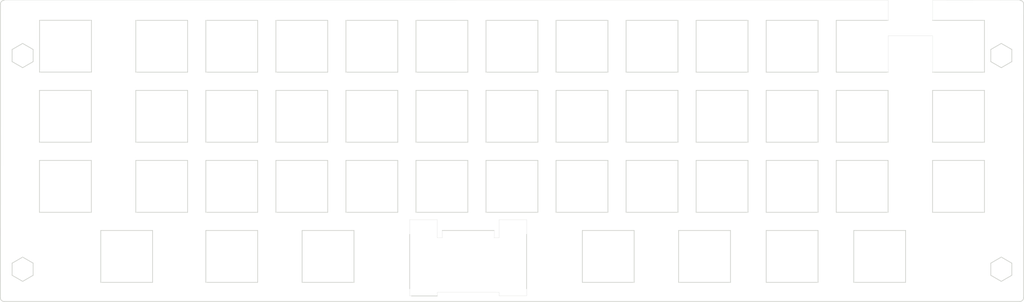
<source format=kicad_pcb>
(kicad_pcb
	(version 20240108)
	(generator "pcbnew")
	(generator_version "8.0")
	(general
		(thickness 1.6)
		(legacy_teardrops no)
	)
	(paper "A3")
	(title_block
		(date "2024-07-06")
	)
	(layers
		(0 "F.Cu" signal)
		(31 "B.Cu" signal)
		(32 "B.Adhes" user "B.Adhesive")
		(33 "F.Adhes" user "F.Adhesive")
		(34 "B.Paste" user)
		(35 "F.Paste" user)
		(36 "B.SilkS" user "B.Silkscreen")
		(37 "F.SilkS" user "F.Silkscreen")
		(38 "B.Mask" user)
		(39 "F.Mask" user)
		(40 "Dwgs.User" user "User.Drawings")
		(41 "Cmts.User" user "User.Comments")
		(42 "Eco1.User" user "User.Eco1")
		(43 "Eco2.User" user "User.Eco2")
		(44 "Edge.Cuts" user)
		(45 "Margin" user)
		(46 "B.CrtYd" user "B.Courtyard")
		(47 "F.CrtYd" user "F.Courtyard")
		(48 "B.Fab" user)
		(49 "F.Fab" user)
		(50 "User.1" user)
		(51 "User.2" user)
		(52 "User.3" user)
		(53 "User.4" user)
		(54 "User.5" user)
		(55 "User.6" user)
		(56 "User.7" user)
		(57 "User.8" user)
		(58 "User.9" user)
	)
	(setup
		(pad_to_mask_clearance 0)
		(allow_soldermask_bridges_in_footprints no)
		(pcbplotparams
			(layerselection 0x00010fc_ffffffff)
			(plot_on_all_layers_selection 0x0000000_00000000)
			(disableapertmacros no)
			(usegerberextensions no)
			(usegerberattributes yes)
			(usegerberadvancedattributes yes)
			(creategerberjobfile yes)
			(dashed_line_dash_ratio 12.000000)
			(dashed_line_gap_ratio 3.000000)
			(svgprecision 4)
			(plotframeref no)
			(viasonmask no)
			(mode 1)
			(useauxorigin no)
			(hpglpennumber 1)
			(hpglpenspeed 20)
			(hpglpendiameter 15.000000)
			(pdf_front_fp_property_popups yes)
			(pdf_back_fp_property_popups yes)
			(dxfpolygonmode yes)
			(dxfimperialunits yes)
			(dxfusepcbnewfont yes)
			(psnegative no)
			(psa4output no)
			(plotreference yes)
			(plotvalue yes)
			(plotfptext yes)
			(plotinvisibletext no)
			(sketchpadsonfab no)
			(subtractmaskfromsilk no)
			(outputformat 1)
			(mirror no)
			(drillshape 1)
			(scaleselection 1)
			(outputdirectory "")
		)
	)
	(net 0 "")
	(gr_line
		(start 205.6 150.059)
		(end 219.7 150.059)
		(stroke
			(width 0.2)
			(type default)
		)
		(layer "Edge.Cuts")
		(uuid "0071cb22-9d29-4735-835b-2949d1017f18")
	)
	(gr_line
		(start 319.54 157.29525)
		(end 316.682116 158.94525)
		(stroke
			(width 0.2)
			(type default)
		)
		(layer "Edge.Cuts")
		(uuid "0090e1d1-1c62-4100-95b4-011b989ded26")
	)
	(gr_line
		(start 288.75625 97.09525)
		(end 300.85 97.09525)
		(stroke
			(width 0.05)
			(type default)
		)
		(layer "Edge.Cuts")
		(uuid "00d34adc-ff90-4a6b-9d52-585dbea03313")
	)
	(gr_line
		(start 182.95 166.85525)
		(end 182.95 167.85525)
		(stroke
			(width 0.05)
			(type default)
		)
		(layer "Edge.Cuts")
		(uuid "028d27ae-5313-4aba-a7e6-c2c7f9153f33")
	)
	(gr_line
		(start 155.40625 131.009)
		(end 155.40625 145.109)
		(stroke
			(width 0.2)
			(type default)
		)
		(layer "Edge.Cuts")
		(uuid "050d79af-155c-4f2c-b141-f48cd849ab02")
	)
	(gr_line
		(start 72.0625 145.109)
		(end 57.9625 145.109)
		(stroke
			(width 0.2)
			(type default)
		)
		(layer "Edge.Cuts")
		(uuid "05718c85-228f-4818-88d2-b269e9dbfc6e")
	)
	(gr_line
		(start 122.25625 111.959)
		(end 136.35625 111.959)
		(stroke
			(width 0.2)
			(type default)
		)
		(layer "Edge.Cuts")
		(uuid "06aedf90-817f-4ac6-b211-12d1b02d23d7")
	)
	(gr_line
		(start 314.95 92.909)
		(end 314.95 107.009)
		(stroke
			(width 0.2)
			(type default)
		)
		(layer "Edge.Cuts")
		(uuid "07bd9e2b-d842-4cb0-9de6-88bff3a35716")
	)
	(gr_line
		(start 47.35 88.475)
		(end 47.33 168.355)
		(stroke
			(width 0.2)
			(type default)
		)
		(layer "Edge.Cuts")
		(uuid "08ba94ed-35ec-4edc-92ad-7c1d7ed8003f")
	)
	(gr_line
		(start 212.55625 131.009)
		(end 212.55625 145.109)
		(stroke
			(width 0.2)
			(type default)
		)
		(layer "Edge.Cuts")
		(uuid "09e69c1a-3943-458f-a334-1dac1bdf5130")
	)
	(gr_arc
		(start 325.6 168.355626)
		(mid 325.306974 169.06249)
		(end 324.6 169.35525)
		(stroke
			(width 0.2)
			(type default)
		)
		(layer "Edge.Cuts")
		(uuid "0a7fd799-e849-4128-8021-26c1afafa05f")
	)
	(gr_line
		(start 300.85 87.47025)
		(end 300.85 92.909)
		(stroke
			(width 0.05)
			(type default)
		)
		(layer "Edge.Cuts")
		(uuid "0c0f8e37-3578-49bc-841b-7b21d8999ed3")
	)
	(gr_line
		(start 250.65625 111.959)
		(end 250.65625 126.059)
		(stroke
			(width 0.2)
			(type default)
		)
		(layer "Edge.Cuts")
		(uuid "0c34c525-1d80-48f8-ac96-b58ac7f2e979")
	)
	(gr_line
		(start 217.50625 92.909)
		(end 231.60625 92.909)
		(stroke
			(width 0.2)
			(type default)
		)
		(layer "Edge.Cuts")
		(uuid "0eac913e-1936-431d-a0b1-8de1ee45b9cd")
	)
	(gr_line
		(start 53.39 99.18525)
		(end 50.532116 100.83525)
		(stroke
			(width 0.2)
			(type default)
		)
		(layer "Edge.Cuts")
		(uuid "0fda4842-eb49-492c-b962-26449ac39218")
	)
	(gr_line
		(start 136.35625 92.909)
		(end 136.35625 107.009)
		(stroke
			(width 0.2)
			(type default)
		)
		(layer "Edge.Cuts")
		(uuid "1071a17a-5697-462c-ad79-b5f150888783")
	)
	(gr_line
		(start 198.45625 145.109)
		(end 198.45625 131.009)
		(stroke
			(width 0.2)
			(type default)
		)
		(layer "Edge.Cuts")
		(uuid "112ca966-ebe1-4a91-b1e0-fc7f1fb6f6df")
	)
	(gr_line
		(start 182.95 147.109)
		(end 182.95 152.059)
		(stroke
			(width 0.05)
			(type default)
		)
		(layer "Edge.Cuts")
		(uuid "1206f895-d81b-4c66-bff1-2a7bba324a55")
	)
	(gr_line
		(start 231.79375 164.159)
		(end 231.79375 150.059)
		(stroke
			(width 0.2)
			(type default)
		)
		(layer "Edge.Cuts")
		(uuid "15075db8-f7d4-4c5b-bd53-0a2a2690202c")
	)
	(gr_line
		(start 141.30625 107.009)
		(end 141.30625 92.909)
		(stroke
			(width 0.2)
			(type default)
		)
		(layer "Edge.Cuts")
		(uuid "15186b39-bfb4-41d2-8415-56fb41ace817")
	)
	(gr_line
		(start 236.55625 92.909)
		(end 250.65625 92.909)
		(stroke
			(width 0.2)
			(type default)
		)
		(layer "Edge.Cuts")
		(uuid "159758df-b663-4602-857d-02fcb7c3c76a")
	)
	(gr_line
		(start 167.5 150.059)
		(end 167.5 152.059)
		(stroke
			(width 0.05)
			(type default)
		)
		(layer "Edge.Cuts")
		(uuid "166d4764-97a3-4f6b-a0a0-c2fb04fab86f")
	)
	(gr_line
		(start 314.95 131.009)
		(end 314.95 145.109)
		(stroke
			(width 0.2)
			(type default)
		)
		(layer "Edge.Cuts")
		(uuid "16d5d6e5-1a97-48ca-9aa5-b77365722180")
	)
	(gr_line
		(start 198.45625 107.009)
		(end 198.45625 92.909)
		(stroke
			(width 0.2)
			(type default)
		)
		(layer "Edge.Cuts")
		(uuid "17988698-0ace-4cb0-ba18-b78f2fcfaa6d")
	)
	(gr_line
		(start 174.45625 131.009)
		(end 174.45625 145.109)
		(stroke
			(width 0.2)
			(type default)
		)
		(layer "Edge.Cuts")
		(uuid "1dbfb7cb-3e67-40e0-aba6-8d74ad427088")
	)
	(gr_line
		(start 53.39 163.89525)
		(end 56.247884 162.24525)
		(stroke
			(width 0.2)
			(type default)
		)
		(layer "Edge.Cuts")
		(uuid "1dd46a7d-ccc2-45f3-9171-a69220fc002d")
	)
	(gr_line
		(start 255.60625 92.909)
		(end 269.70625 92.909)
		(stroke
			(width 0.2)
			(type default)
		)
		(layer "Edge.Cuts")
		(uuid "1e412fd0-4299-407e-b2f5-6238b7e6916e")
	)
	(gr_line
		(start 136.35625 131.009)
		(end 136.35625 145.109)
		(stroke
			(width 0.2)
			(type default)
		)
		(layer "Edge.Cuts")
		(uuid "1e5b1754-a95e-4420-b0f7-55df3944c71d")
	)
	(gr_line
		(start 117.30625 131.009)
		(end 117.30625 145.109)
		(stroke
			(width 0.2)
			(type default)
		)
		(layer "Edge.Cuts")
		(uuid "1e7779d2-082c-4f9f-a7b9-9ab8a83a8399")
	)
	(gr_line
		(start 117.30625 150.059)
		(end 117.30625 164.159)
		(stroke
			(width 0.2)
			(type default)
		)
		(layer "Edge.Cuts")
		(uuid "1f8bb587-5238-4cff-9df3-598170833766")
	)
	(gr_line
		(start 117.30625 126.059)
		(end 103.20625 126.059)
		(stroke
			(width 0.2)
			(type default)
		)
		(layer "Edge.Cuts")
		(uuid "2094c209-147b-4bd4-a2a0-191fc549a1ab")
	)
	(gr_line
		(start 190.45 165.909)
		(end 190.45 167.85525)
		(stroke
			(width 0.05)
			(type default)
		)
		(layer "Edge.Cuts")
		(uuid "21586673-e91c-43ee-a826-03f24bf26b14")
	)
	(gr_line
		(start 319.54 163.89525)
		(end 322.397884 162.24525)
		(stroke
			(width 0.2)
			(type default)
		)
		(layer "Edge.Cuts")
		(uuid "21d9a317-a5da-4f6a-8edc-1b90e6fab934")
	)
	(gr_line
		(start 231.60625 126.059)
		(end 217.50625 126.059)
		(stroke
			(width 0.2)
			(type default)
		)
		(layer "Edge.Cuts")
		(uuid "2246d7c0-afef-4233-b7ee-7a6a98dec730")
	)
	(gr_line
		(start 179.40625 131.009)
		(end 193.50625 131.009)
		(stroke
			(width 0.2)
			(type default)
		)
		(layer "Edge.Cuts")
		(uuid "236ab6f4-e576-4fe8-8eb3-8bdda45408cf")
	)
	(gr_line
		(start 57.9625 126.059)
		(end 57.9625 111.959)
		(stroke
			(width 0.2)
			(type default)
		)
		(layer "Edge.Cuts")
		(uuid "24022951-8f8d-4442-a162-ff6f5b25a15e")
	)
	(gr_line
		(start 167.5 152.059)
		(end 166.15 152.059)
		(stroke
			(width 0.05)
			(type default)
		)
		(layer "Edge.Cuts")
		(uuid "240917af-3686-4baa-a4f7-0864bbb5c591")
	)
	(gr_line
		(start 98.25625 107.009)
		(end 84.15625 107.009)
		(stroke
			(width 0.2)
			(type default)
		)
		(layer "Edge.Cuts")
		(uuid "26e7e8cc-8f95-4832-8837-7a2f04644ee7")
	)
	(gr_line
		(start 316.682116 158.94525)
		(end 316.682116 162.24525)
		(stroke
			(width 0.2)
			(type default)
		)
		(layer "Edge.Cuts")
		(uuid "278b903a-1167-4c04-8820-0874018d1b59")
	)
	(gr_line
		(start 72.0625 111.959)
		(end 72.0625 126.059)
		(stroke
			(width 0.2)
			(type default)
		)
		(layer "Edge.Cuts")
		(uuid "279ef095-0d07-4776-b2c9-56d286bed1cd")
	)
	(gr_line
		(start 136.35625 126.059)
		(end 122.25625 126.059)
		(stroke
			(width 0.2)
			(type default)
		)
		(layer "Edge.Cuts")
		(uuid "27d1d481-e31c-44e9-8f92-6d3552f02e5f")
	)
	(gr_line
		(start 174.45625 126.059)
		(end 160.35625 126.059)
		(stroke
			(width 0.2)
			(type default)
		)
		(layer "Edge.Cuts")
		(uuid "283bf3e4-924a-4c20-80e0-1169bdca30b2")
	)
	(gr_line
		(start 84.15625 107.009)
		(end 84.15625 92.909)
		(stroke
			(width 0.2)
			(type default)
		)
		(layer "Edge.Cuts")
		(uuid "2892d8ef-4dbf-4353-874f-f9534a2296f3")
	)
	(gr_line
		(start 72.0625 126.059)
		(end 57.9625 126.059)
		(stroke
			(width 0.2)
			(type default)
		)
		(layer "Edge.Cuts")
		(uuid "29d966ae-2926-49d1-82ed-eeeb03009a7e")
	)
	(gr_line
		(start 274.65625 107.009)
		(end 274.65625 92.909)
		(stroke
			(width 0.2)
			(type default)
		)
		(layer "Edge.Cuts")
		(uuid "29f58d33-bc85-4e18-946a-98347fc4cadc")
	)
	(gr_line
		(start 179.40625 126.059)
		(end 179.40625 111.959)
		(stroke
			(width 0.2)
			(type default)
		)
		(layer "Edge.Cuts")
		(uuid "2a4209dd-ccf6-4d42-a301-c7a49db94797")
	)
	(gr_line
		(start 179.40625 111.959)
		(end 193.50625 111.959)
		(stroke
			(width 0.2)
			(type default)
		)
		(layer "Edge.Cuts")
		(uuid "2a7955cb-1ba4-47b8-a24e-db9dd873544f")
	)
	(gr_line
		(start 300.85 126.059)
		(end 300.85 111.959)
		(stroke
			(width 0.2)
			(type default)
		)
		(layer "Edge.Cuts")
		(uuid "2c3476bb-e520-4bcd-a4d6-3aabe146c241")
	)
	(gr_line
		(start 193.50625 131.009)
		(end 193.50625 145.109)
		(stroke
			(width 0.2)
			(type default)
		)
		(layer "Edge.Cuts")
		(uuid "2d4ab023-7472-4073-9500-b7353d317e19")
	)
	(gr_line
		(start 48.33 169.35525)
		(end 324.6 169.35525)
		(stroke
			(width 0.2)
			(type default)
		)
		(layer "Edge.Cuts")
		(uuid "2e5f2f12-73fb-41f7-9820-10042b922e7e")
	)
	(gr_line
		(start 84.15625 131.009)
		(end 98.25625 131.009)
		(stroke
			(width 0.2)
			(type default)
		)
		(layer "Edge.Cuts")
		(uuid "2e667475-8f35-478f-8884-0fc855fae2d2")
	)
	(gr_line
		(start 141.30625 131.009)
		(end 155.40625 131.009)
		(stroke
			(width 0.2)
			(type default)
		)
		(layer "Edge.Cuts")
		(uuid "2f021d5b-6a37-4775-aca9-c100f1faabc2")
	)
	(gr_line
		(start 103.20625 131.009)
		(end 117.30625 131.009)
		(stroke
			(width 0.2)
			(type default)
		)
		(layer "Edge.Cuts")
		(uuid "302ccf84-7298-4f1d-936b-3f20eb3f1465")
	)
	(gr_line
		(start 193.50625 126.059)
		(end 179.40625 126.059)
		(stroke
			(width 0.2)
			(type default)
		)
		(layer "Edge.Cuts")
		(uuid "33fe96e8-213d-454d-a058-4434071df106")
	)
	(gr_arc
		(start 48.33 169.35525)
		(mid 47.622805 169.062268)
		(end 47.33 168.355)
		(stroke
			(width 0.2)
			(type default)
		)
		(layer "Edge.Cuts")
		(uuid "34a287df-b789-4fec-8df9-0cfa38ed566f")
	)
	(gr_line
		(start 236.55625 111.959)
		(end 250.65625 111.959)
		(stroke
			(width 0.2)
			(type default)
		)
		(layer "Edge.Cuts")
		(uuid "35b3c897-f14e-41e8-9caf-a6ff99b0c184")
	)
	(gr_line
		(start 53.39 157.29525)
		(end 50.532116 158.94525)
		(stroke
			(width 0.2)
			(type default)
		)
		(layer "Edge.Cuts")
		(uuid "37985fa4-67fd-474f-8550-25b71eb8938c")
	)
	(gr_line
		(start 143.5 164.159)
		(end 129.4 164.159)
		(stroke
			(width 0.2)
			(type default)
		)
		(layer "Edge.Cuts")
		(uuid "379ba853-edae-4775-8225-45c777880a8e")
	)
	(gr_line
		(start 141.30625 111.959)
		(end 155.40625 111.959)
		(stroke
			(width 0.2)
			(type default)
		)
		(layer "Edge.Cuts")
		(uuid "37ca4787-96d3-4809-87c2-76e22f527542")
	)
	(gr_line
		(start 269.70625 164.159)
		(end 255.60625 164.159)
		(stroke
			(width 0.2)
			(type default)
		)
		(layer "Edge.Cuts")
		(uuid "39e07aea-e2df-4149-88e7-789fc826f49c")
	)
	(gr_line
		(start 166.15 167.85525)
		(end 159.15 167.85525)
		(stroke
			(width 0.2)
			(type default)
		)
		(layer "Edge.Cuts")
		(uuid "3a4112af-8fad-4d88-a406-2d451beeb133")
	)
	(gr_line
		(start 136.35625 111.959)
		(end 136.35625 126.059)
		(stroke
			(width 0.2)
			(type default)
		)
		(layer "Edge.Cuts")
		(uuid "3b2a4b5c-00ca-4d6b-bd68-8047cb82ae1f")
	)
	(gr_line
		(start 250.65625 92.909)
		(end 250.65625 107.009)
		(stroke
			(width 0.2)
			(type default)
		)
		(layer "Edge.Cuts")
		(uuid "3c49f332-e8f0-4a58-90be-1505bb1f9977")
	)
	(gr_line
		(start 160.35625 145.109)
		(end 160.35625 131.009)
		(stroke
			(width 0.2)
			(type default)
		)
		(layer "Edge.Cuts")
		(uuid "3c7f6c3c-40ab-4573-b3f9-149571a9e83c")
	)
	(gr_line
		(start 231.60625 131.009)
		(end 231.60625 145.109)
		(stroke
			(width 0.2)
			(type default)
		)
		(layer "Edge.Cuts")
		(uuid "3cf6127a-cb39-4e1a-af69-932e18210a6d")
	)
	(gr_line
		(start 174.45625 145.109)
		(end 160.35625 145.109)
		(stroke
			(width 0.2)
			(type default)
		)
		(layer "Edge.Cuts")
		(uuid "3d1d9456-0ded-4a93-9190-4555e0db8018")
	)
	(gr_line
		(start 205.6 164.159)
		(end 205.6 150.059)
		(stroke
			(width 0.2)
			(type default)
		)
		(layer "Edge.Cuts")
		(uuid "3d5fe53a-8a83-4c6f-97bf-ca92648bdbfd")
	)
	(gr_line
		(start 231.60625 111.959)
		(end 231.60625 126.059)
		(stroke
			(width 0.2)
			(type default)
		)
		(layer "Edge.Cuts")
		(uuid "3e0f1532-3923-4dc0-a3aa-457b955f1713")
	)
	(gr_line
		(start 269.70625 145.109)
		(end 255.60625 145.109)
		(stroke
			(width 0.2)
			(type default)
		)
		(layer "Edge.Cuts")
		(uuid "3e5aff62-7625-45c8-89da-2adef93ee0c9")
	)
	(gr_line
		(start 72.0625 131.009)
		(end 72.0625 145.109)
		(stroke
			(width 0.2)
			(type default)
		)
		(layer "Edge.Cuts")
		(uuid "3fb6cbf8-1365-49bd-bb0e-5058c5869ca0")
	)
	(gr_line
		(start 274.65625 111.959)
		(end 288.75625 111.959)
		(stroke
			(width 0.2)
			(type default)
		)
		(layer "Edge.Cuts")
		(uuid "40f1b287-5563-42a7-a43a-9bcd0c74614c")
	)
	(gr_line
		(start 179.40625 92.909)
		(end 193.50625 92.909)
		(stroke
			(width 0.2)
			(type default)
		)
		(layer "Edge.Cuts")
		(uuid "42a63832-af63-49e8-a429-e95f7c89c966")
	)
	(gr_line
		(start 74.63125 164.159)
		(end 74.63125 150.059)
		(stroke
			(width 0.2)
			(type default)
		)
		(layer "Edge.Cuts")
		(uuid "44b4fc3d-f903-4710-814e-e4c4154bce78")
	)
	(gr_line
		(start 117.30625 164.159)
		(end 103.20625 164.159)
		(stroke
			(width 0.2)
			(type default)
		)
		(layer "Edge.Cuts")
		(uuid "45b800aa-43b1-44aa-9482-5b21f2e83a09")
	)
	(gr_line
		(start 231.79375 150.059)
		(end 245.89375 150.059)
		(stroke
			(width 0.2)
			(type default)
		)
		(layer "Edge.Cuts")
		(uuid "46766bcb-4480-4599-b7c6-a663943ad979")
	)
	(gr_line
		(start 56.247884 162.24525)
		(end 56.247884 158.94525)
		(stroke
			(width 0.2)
			(type default)
		)
		(layer "Edge.Cuts")
		(uuid "47c4924b-7e14-4a35-81dd-0e017dc88434")
	)
	(gr_line
		(start 72.09 106.99525)
		(end 57.99 106.99525)
		(stroke
			(width 0.2)
			(type default)
		)
		(layer "Edge.Cuts")
		(uuid "48e7d4d0-6584-4577-a64f-ff1506b30253")
	)
	(gr_line
		(start 231.60625 92.909)
		(end 231.60625 107.009)
		(stroke
			(width 0.2)
			(type default)
		)
		(layer "Edge.Cuts")
		(uuid "4910c615-2603-4145-824c-6ad2096ece5a")
	)
	(gr_line
		(start 122.25625 126.059)
		(end 122.25625 111.959)
		(stroke
			(width 0.2)
			(type default)
		)
		(layer "Edge.Cuts")
		(uuid "49a3e7d5-0fc0-424b-b53e-addc460f4df7")
	)
	(gr_line
		(start 217.50625 111.959)
		(end 231.60625 111.959)
		(stroke
			(width 0.2)
			(type default)
		)
		(layer "Edge.Cuts")
		(uuid "49ec9495-46b8-46c2-a11a-e3487a6fda2a")
	)
	(gr_line
		(start 166.15 166.85525)
		(end 182.95 166.85525)
		(stroke
			(width 0.05)
			(type default)
		)
		(layer "Edge.Cuts")
		(uuid "4bfec880-801a-495f-a988-1746334d69fd")
	)
	(gr_line
		(start 190.45 167.85525)
		(end 182.95 167.85525)
		(stroke
			(width 0.05)
			(type default)
		)
		(layer "Edge.Cuts")
		(uuid "4c1c1658-b325-4cde-885f-671fa8ff6cc1")
	)
	(gr_line
		(start 84.15625 111.959)
		(end 98.25625 111.959)
		(stroke
			(width 0.2)
			(type default)
		)
		(layer "Edge.Cuts")
		(uuid "4c80953f-35b8-41c0-8084-f53825b3e9a6")
	)
	(gr_line
		(start 300.85 111.959)
		(end 314.95 111.959)
		(stroke
			(width 0.2)
			(type default)
		)
		(layer "Edge.Cuts")
		(uuid "4ca9ef19-f495-42a9-9908-fca95a2e4b0e")
	)
	(gr_line
		(start 212.55625 92.909)
		(end 212.55625 107.009)
		(stroke
			(width 0.2)
			(type default)
		)
		(layer "Edge.Cuts")
		(uuid "4eaddc7b-f632-4628-a211-4a6377381cec")
	)
	(gr_line
		(start 300.85 87.47025)
		(end 324.630036 87.48525)
		(stroke
			(width 0.05)
			(type default)
		)
		(layer "Edge.Cuts")
		(uuid "5110b9f9-0901-41df-bc94-eb7614f3ba4b")
	)
	(gr_line
		(start 269.70625 126.059)
		(end 255.60625 126.059)
		(stroke
			(width 0.2)
			(type default)
		)
		(layer "Edge.Cuts")
		(uuid "5191f73e-c30c-4fef-9722-b41244afc2f1")
	)
	(gr_line
		(start 190.45 165.909)
		(end 190.45 151.109)
		(stroke
			(width 0.2)
			(type default)
		)
		(layer "Edge.Cuts")
		(uuid "51c6ae99-28a7-4cd9-a569-61d75b4936b0")
	)
	(gr_line
		(start 274.65625 145.109)
		(end 274.65625 131.009)
		(stroke
			(width 0.2)
			(type default)
		)
		(layer "Edge.Cuts")
		(uuid "51f68700-0a4b-46a0-a7ca-fef48fb80706")
	)
	(gr_line
		(start 103.20625 92.909)
		(end 117.30625 92.909)
		(stroke
			(width 0.2)
			(type default)
		)
		(layer "Edge.Cuts")
		(uuid "522cd53c-2929-43c9-ae02-3fc01a7bb65a")
	)
	(gr_line
		(start 293.51875 150.059)
		(end 293.51875 164.159)
		(stroke
			(width 0.2)
			(type default)
		)
		(layer "Edge.Cuts")
		(uuid "53964021-d000-460d-a4b3-a91a539e663b")
	)
	(gr_line
		(start 117.30625 111.959)
		(end 117.30625 126.059)
		(stroke
			(width 0.2)
			(type default)
		)
		(layer "Edge.Cuts")
		(uuid "54d813c1-2f77-4c92-8b30-727f86dc5184")
	)
	(gr_line
		(start 193.50625 107.009)
		(end 179.40625 107.009)
		(stroke
			(width 0.2)
			(type default)
		)
		(layer "Edge.Cuts")
		(uuid "57b880d6-c00b-4a6d-b7db-fb2501925e15")
	)
	(gr_line
		(start 314.95 111.959)
		(end 314.95 126.059)
		(stroke
			(width 0.2)
			(type default)
		)
		(layer "Edge.Cuts")
		(uuid "57c4ccba-9c0a-4fd2-a12c-e001989130fb")
	)
	(gr_line
		(start 250.65625 126.059)
		(end 236.55625 126.059)
		(stroke
			(width 0.2)
			(type default)
		)
		(layer "Edge.Cuts")
		(uuid "5ab8a33c-32fa-4cd1-a899-0026fda04983")
	)
	(gr_line
		(start 182.95 152.059)
		(end 181.6 152.059)
		(stroke
			(width 0.05)
			(type default)
		)
		(layer "Edge.Cuts")
		(uuid "5c3cb9ab-0fd3-4ea9-a9d8-2694f34334cc")
	)
	(gr_line
		(start 160.35625 131.009)
		(end 174.45625 131.009)
		(stroke
			(width 0.2)
			(type default)
		)
		(layer "Edge.Cuts")
		(uuid "5e6bb109-ea2a-48cb-a49c-ae97619d1ef7")
	)
	(gr_line
		(start 274.65625 92.909)
		(end 288.75625 92.909)
		(stroke
			(width 0.2)
			(type default)
		)
		(layer "Edge.Cuts")
		(uuid "6232e228-5b37-40cb-a378-9275f5dbc04c")
	)
	(gr_line
		(start 245.89375 164.159)
		(end 231.79375 164.159)
		(stroke
			(width 0.2)
			(type default)
		)
		(layer "Edge.Cuts")
		(uuid "62e18f26-ed09-4e28-9c95-42c89ff5a66f")
	)
	(gr_line
		(start 255.60625 111.959)
		(end 269.70625 111.959)
		(stroke
			(width 0.2)
			(type default)
		)
		(layer "Edge.Cuts")
		(uuid "63cd7a5d-faea-4dcd-95d4-d1a43ba8caba")
	)
	(gr_line
		(start 198.45625 126.059)
		(end 198.45625 111.959)
		(stroke
			(width 0.2)
			(type default)
		)
		(layer "Edge.Cuts")
		(uuid "65861abc-ab6e-4c32-8f02-37467508f805")
	)
	(gr_line
		(start 250.65625 107.009)
		(end 236.55625 107.009)
		(stroke
			(width 0.2)
			(type default)
		)
		(layer "Edge.Cuts")
		(uuid "65be54b0-ac36-41d3-b66e-1bb5c09036fe")
	)
	(gr_line
		(start 103.20625 164.159)
		(end 103.20625 150.059)
		(stroke
			(width 0.2)
			(type default)
		)
		(layer "Edge.Cuts")
		(uuid "668b3267-9705-4e29-9d51-48b4119346e8")
	)
	(gr_line
		(start 319.54 99.18525)
		(end 322.397884 100.83525)
		(stroke
			(width 0.2)
			(type default)
		)
		(layer "Edge.Cuts")
		(uuid "670aad83-d989-4aa5-b146-1ea7d7ade7ce")
	)
	(gr_line
		(start 50.532116 162.24525)
		(end 53.39 163.89525)
		(stroke
			(width 0.2)
			(type default)
		)
		(layer "Edge.Cuts")
		(uuid "678bd27c-d299-4a87-92e0-caf61c8fb79f")
	)
	(gr_line
		(start 288.75625 92.909)
		(end 288.75625 87.47025)
		(stroke
			(width 0.05)
			(type default)
		)
		(layer "Edge.Cuts")
		(uuid "67caa423-cfbc-4b05-8067-0fdd165ffcfd")
	)
	(gr_line
		(start 160.35625 126.059)
		(end 160.35625 111.959)
		(stroke
			(width 0.2)
			(type default)
		)
		(layer "Edge.Cuts")
		(uuid "6992da93-df56-442c-9e88-1381f48cbe04")
	)
	(gr_line
		(start 236.55625 126.059)
		(end 236.55625 111.959)
		(stroke
			(width 0.2)
			(type default)
		)
		(layer "Edge.Cuts")
		(uuid "6ab80a4b-af64-4dd0-aaa6-d26cf08b4fb4")
	)
	(gr_line
		(start 158.65 165.909)
		(end 158.65 151.109)
		(stroke
			(width 0.2)
			(type default)
		)
		(layer "Edge.Cuts")
		(uuid "6d28bd09-b417-40a1-a392-267a19c1ae82")
	)
	(gr_line
		(start 141.30625 92.909)
		(end 155.40625 92.909)
		(stroke
			(width 0.2)
			(type default)
		)
		(layer "Edge.Cuts")
		(uuid "6e57f697-ff5f-47a5-848d-cd2db99ba33a")
	)
	(gr_line
		(start 103.20625 126.059)
		(end 103.20625 111.959)
		(stroke
			(width 0.2)
			(type default)
		)
		(layer "Edge.Cuts")
		(uuid "6fa182f1-85dc-4e6b-b585-c4416a53edad")
	)
	(gr_line
		(start 179.40625 107.009)
		(end 179.40625 92.909)
		(stroke
			(width 0.2)
			(type default)
		)
		(layer "Edge.Cuts")
		(uuid "727bffd0-d095-4233-8e5d-f2cfcf910815")
	)
	(gr_line
		(start 217.50625 131.009)
		(end 231.60625 131.009)
		(stroke
			(width 0.2)
			(type default)
		)
		(layer "Edge.Cuts")
		(uuid "737a50f1-5616-4ddc-84cd-464a6fa61d27")
	)
	(gr_line
		(start 217.50625 126.059)
		(end 217.50625 111.959)
		(stroke
			(width 0.2)
			(type default)
		)
		(layer "Edge.Cuts")
		(uuid "74378fa3-b06e-4d18-8829-033dd35e83d9")
	)
	(gr_line
		(start 174.45625 107.009)
		(end 160.35625 107.009)
		(stroke
			(width 0.2)
			(type default)
		)
		(layer "Edge.Cuts")
		(uuid "74583c12-afe9-4065-b7db-ca1132eb61ed")
	)
	(gr_line
		(start 300.85 92.909)
		(end 314.95 92.909)
		(stroke
			(width 0.2)
			(type default)
		)
		(layer "Edge.Cuts")
		(uuid "74ef9243-12b0-47ce-8177-be243d92c26f")
	)
	(gr_line
		(start 314.95 126.059)
		(end 300.85 126.059)
		(stroke
			(width 0.2)
			(type default)
		)
		(layer "Edge.Cuts")
		(uuid "764ef4a7-a067-46ed-8dab-5a6a911cf666")
	)
	(gr_line
		(start 288.75625 145.109)
		(end 274.65625 145.109)
		(stroke
			(width 0.2)
			(type default)
		)
		(layer "Edge.Cuts")
		(uuid "77ff8dd0-f6c9-4c41-92e6-06be89b9087d")
	)
	(gr_line
		(start 269.70625 107.009)
		(end 255.60625 107.009)
		(stroke
			(width 0.2)
			(type default)
		)
		(layer "Edge.Cuts")
		(uuid "78203b56-c6e9-4dd6-9aeb-939564cf4171")
	)
	(gr_line
		(start 103.20625 111.959)
		(end 117.30625 111.959)
		(stroke
			(width 0.2)
			(type default)
		)
		(layer "Edge.Cuts")
		(uuid "791898f3-ed0b-489a-a8aa-eba051225480")
	)
	(gr_line
		(start 212.55625 145.109)
		(end 198.45625 145.109)
		(stroke
			(width 0.2)
			(type default)
		)
		(layer "Edge.Cuts")
		(uuid "7b8f5966-78c5-40dc-8725-bec872f9d3be")
	)
	(gr_line
		(start 155.40625 145.109)
		(end 141.30625 145.109)
		(stroke
			(width 0.2)
			(type default)
		)
		(layer "Edge.Cuts")
		(uuid "7e89325b-fdde-4224-b630-fd2ef544bfd0")
	)
	(gr_line
		(start 117.30625 145.109)
		(end 103.20625 145.109)
		(stroke
			(width 0.2)
			(type default)
		)
		(layer "Edge.Cuts")
		(uuid "7ede384c-4882-4a02-980d-09a3956b7463")
	)
	(gr_line
		(start 190.45 147.109)
		(end 182.95 147.109)
		(stroke
			(width 0.05)
			(type default)
		)
		(layer "Edge.Cuts")
		(uuid "7f3b30cf-e5f3-4998-b49c-0ca3a93f5dc1")
	)
	(gr_line
		(start 53.39 99.18525)
		(end 56.247884 100.83525)
		(stroke
			(width 0.2)
			(type default)
		)
		(layer "Edge.Cuts")
		(uuid "81221704-b0c6-40d0-9b2b-e5cd60cdc935")
	)
	(gr_line
		(start 212.55625 111.959)
		(end 212.55625 126.059)
		(stroke
			(width 0.2)
			(type default)
		)
		(layer "Edge.Cuts")
		(uuid "812b8d62-a67c-4da8-8412-7b89a60b717d")
	)
	(gr_line
		(start 57.9625 145.109)
		(end 57.9625 131.009)
		(stroke
			(width 0.2)
			(type default)
		)
		(layer "Edge.Cuts")
		(uuid "8186bb97-b000-484c-9814-690a372e7499")
	)
	(gr_line
		(start 122.25625 131.009)
		(end 136.35625 131.009)
		(stroke
			(width 0.2)
			(type default)
		)
		(layer "Edge.Cuts")
		(uuid "81c82118-7f91-4945-a157-0d8edb1bcc35")
	)
	(gr_line
		(start 103.20625 145.109)
		(end 103.20625 131.009)
		(stroke
			(width 0.2)
			(type default)
		)
		(layer "Edge.Cuts")
		(uuid "82905196-a9f3-4952-97ea-dbb520d7ddc3")
	)
	(gr_line
		(start 269.70625 150.059)
		(end 269.70625 164.159)
		(stroke
			(width 0.2)
			(type default)
		)
		(layer "Edge.Cuts")
		(uuid "842979fb-0dfb-4d37-9c99-a08ea658744f")
	)
	(gr_line
		(start 174.45625 111.959)
		(end 174.45625 126.059)
		(stroke
			(width 0.2)
			(type default)
		)
		(layer "Edge.Cuts")
		(uuid "8496adc2-b233-40c7-a7fe-fb0da4585d47")
	)
	(gr_line
		(start 88.73125 164.159)
		(end 74.63125 164.159)
		(stroke
			(width 0.2)
			(type default)
		)
		(layer "Edge.Cuts")
		(uuid "85b85bf0-29cb-4ae1-9e8f-b8c543153d2b")
	)
	(gr_line
		(start 98.25625 111.959)
		(end 98.25625 126.059)
		(stroke
			(width 0.2)
			(type default)
		)
		(layer "Edge.Cuts")
		(uuid "861f9dcb-b13f-40e5-85d3-4d178d83da65")
	)
	(gr_line
		(start 129.4 164.159)
		(end 129.4 150.059)
		(stroke
			(width 0.2)
			(type default)
		)
		(layer "Edge.Cuts")
		(uuid "8b94d2d7-0e48-4e88-a2ab-9e4914e1bae4")
	)
	(gr_line
		(start 269.70625 131.009)
		(end 269.70625 145.109)
		(stroke
			(width 0.2)
			(type default)
		)
		(layer "Edge.Cuts")
		(uuid "8c877812-ddff-47a9-bccf-6f8a120160ff")
	)
	(gr_line
		(start 179.40625 145.109)
		(end 179.40625 131.009)
		(stroke
			(width 0.2)
			(type default)
		)
		(layer "Edge.Cuts")
		(uuid "8e249806-e385-4035-bef6-d3a9d6ac31bb")
	)
	(gr_line
		(start 212.55625 107.009)
		(end 198.45625 107.009)
		(stroke
			(width 0.2)
			(type default)
		)
		(layer "Edge.Cuts")
		(uuid "8fc6a182-7169-4406-87b3-8316a01f67f5")
	)
	(gr_line
		(start 98.25625 131.009)
		(end 98.25625 145.109)
		(stroke
			(width 0.2)
			(type default)
		)
		(layer "Edge.Cuts")
		(uuid "8fcf3670-6929-4c5e-826f-3a2f5db277f2")
	)
	(gr_line
		(start 193.50625 145.109)
		(end 179.40625 145.109)
		(stroke
			(width 0.2)
			(type default)
		)
		(layer "Edge.Cuts")
		(uuid "908c4deb-bdc0-4c68-803f-9ae02eba67de")
	)
	(gr_line
		(start 255.60625 150.059)
		(end 269.70625 150.059)
		(stroke
			(width 0.2)
			(type default)
		)
		(layer "Edge.Cuts")
		(uuid "90b34ad6-854f-4f40-939a-ddd3e10b1f44")
	)
	(gr_line
		(start 167.5 150.059)
		(end 181.6 150.059)
		(stroke
			(width 0.2)
			(type default)
		)
		(layer "Edge.Cuts")
		(uuid "91c65903-a262-4518-8c03-4a89d7636ad6")
	)
	(gr_line
		(start 314.95 107.009)
		(end 300.85 107.009)
		(stroke
			(width 0.2)
			(type default)
		)
		(layer "Edge.Cuts")
		(uuid "92c19ff2-3f3a-49a9-ae62-9a2e30a2d9ce")
	)
	(gr_line
		(start 160.35625 111.959)
		(end 174.45625 111.959)
		(stroke
			(width 0.2)
			(type default)
		)
		(layer "Edge.Cuts")
		(uuid "947215df-0d56-4550-8ded-168518ab1120")
	)
	(gr_line
		(start 103.20625 107.009)
		(end 103.20625 92.909)
		(stroke
			(width 0.2)
			(type default)
		)
		(layer "Edge.Cuts")
		(uuid "95543de0-3d3c-4d6c-98d8-397c3b2683c7")
	)
	(gr_line
		(start 141.30625 126.059)
		(end 141.30625 111.959)
		(stroke
			(width 0.2)
			(type default)
		)
		(layer "Edge.Cuts")
		(uuid "9654b256-7025-45d2-883a-4b0ea23f0080")
	)
	(gr_line
		(start 274.65625 126.059)
		(end 274.65625 111.959)
		(stroke
			(width 0.2)
			(type default)
		)
		(layer "Edge.Cuts")
		(uuid "965d7d8b-d278-4f91-9f30-0efe32001ea0")
	)
	(gr_line
		(start 316.682116 104.13525)
		(end 319.54 105.78525)
		(stroke
			(width 0.2)
			(type default)
		)
		(layer "Edge.Cuts")
		(uuid "96703833-1919-4b26-a1d4-767f93e970b9")
	)
	(gr_line
		(start 231.60625 145.109)
		(end 217.50625 145.109)
		(stroke
			(width 0.2)
			(type default)
		)
		(layer "Edge.Cuts")
		(uuid "992f2ec7-dff0-41be-ae1a-4e71768f60be")
	)
	(gr_line
		(start 98.25625 126.059)
		(end 84.15625 126.059)
		(stroke
			(width 0.2)
			(type default)
		)
		(layer "Edge.Cuts")
		(uuid "9c1675b8-bec8-456f-9859-aa0c1144a501")
	)
	(gr_line
		(start 190.45 151.109)
		(end 190.45 147.109)
		(stroke
			(width 0.05)
			(type default)
		)
		(layer "Edge.Cuts")
		(uuid "9c172959-dae7-4205-98a1-2803bda11c12")
	)
	(gr_line
		(start 50.532116 104.13525)
		(end 53.39 105.78525)
		(stroke
			(width 0.2)
			(type default)
		)
		(layer "Edge.Cuts")
		(uuid "9d62281b-f15d-403c-9fde-40e85ef50741")
	)
	(gr_line
		(start 269.70625 111.959)
		(end 269.70625 126.059)
		(stroke
			(width 0.2)
			(type default)
		)
		(layer "Edge.Cuts")
		(uuid "9de9398b-65eb-4ee1-aebc-30e559145cc8")
	)
	(gr_line
		(start 98.25625 92.909)
		(end 98.25625 107.009)
		(stroke
			(width 0.2)
			(type default)
		)
		(layer "Edge.Cuts")
		(uuid "a0cb317b-2785-4ac3-bddc-ed1e6ff433b6")
	)
	(gr_line
		(start 219.7 164.159)
		(end 205.6 164.159)
		(stroke
			(width 0.2)
			(type default)
		)
		(layer "Edge.Cuts")
		(uuid "a1a99603-db9a-49d2-acaf-12c7cc9ff80b")
	)
	(gr_line
		(start 316.682116 100.83525)
		(end 316.682116 104.13525)
		(stroke
			(width 0.2)
			(type default)
		)
		(layer "Edge.Cuts")
		(uuid "a3bad27a-6bd6-4f4f-957e-3120c79ce04c")
	)
	(gr_line
		(start 279.41875 150.059)
		(end 293.51875 150.059)
		(stroke
			(width 0.2)
			(type default)
		)
		(layer "Edge.Cuts")
		(uuid "a5016b05-1126-432f-bf3f-3d9ea5428e1e")
	)
	(gr_line
		(start 255.60625 164.159)
		(end 255.60625 150.059)
		(stroke
			(width 0.2)
			(type default)
		)
		(layer "Edge.Cuts")
		(uuid "a67f7712-9155-4807-9f9d-cd2250cd7848")
	)
	(gr_line
		(start 160.35625 92.909)
		(end 174.45625 92.909)
		(stroke
			(width 0.2)
			(type default)
		)
		(layer "Edge.Cuts")
		(uuid "a6c7ca35-c8a5-4d39-a4b6-1f7a0e840869")
	)
	(gr_line
		(start 103.20625 150.059)
		(end 117.30625 150.059)
		(stroke
			(width 0.2)
			(type default)
		)
		(layer "Edge.Cuts")
		(uuid "a7a94f45-0790-4556-91e6-f1482bb37dca")
	)
	(gr_line
		(start 300.85 145.109)
		(end 300.85 131.009)
		(stroke
			(width 0.2)
			(type default)
		)
		(layer "Edge.Cuts")
		(uuid "a7fc5f54-858b-4595-aca1-eec816122c53")
	)
	(gr_line
		(start 319.54 105.78525)
		(end 322.397884 104.13525)
		(stroke
			(width 0.2)
			(type default)
		)
		(layer "Edge.Cuts")
		(uuid "a82897a1-65c5-4f2e-8d9a-40c2814c7e33")
	)
	(gr_line
		(start 314.95 145.109)
		(end 300.85 145.109)
		(stroke
			(width 0.2)
			(type default)
		)
		(layer "Edge.Cuts")
		(uuid "a8ca8990-6978-4161-bd37-b8f414e1b56d")
	)
	(gr_line
		(start 193.50625 111.959)
		(end 193.50625 126.059)
		(stroke
			(width 0.2)
			(type default)
		)
		(layer "Edge.Cuts")
		(uuid "a93bb6cf-8ee5-4c80-8d26-428b75689f59")
	)
	(gr_line
		(start 288.75625 111.959)
		(end 288.75625 126.059)
		(stroke
			(width 0.2)
			(type default)
		)
		(layer "Edge.Cuts")
		(uuid "a974951f-f041-4023-a2a2-ef1dfa43ffc7")
	)
	(gr_line
		(start 236.55625 145.109)
		(end 236.55625 131.009)
		(stroke
			(width 0.2)
			(type default)
		)
		(layer "Edge.Cuts")
		(uuid "aa4a91b9-bb97-4b4f-bddf-4d8dad8fa313")
	)
	(gr_line
		(start 72.09 92.89525)
		(end 72.09 106.99525)
		(stroke
			(width 0.2)
			(type default)
		)
		(layer "Edge.Cuts")
		(uuid "aa54eb78-c585-474a-a5d4-2baebf46f45c")
	)
	(gr_line
		(start 50.532116 158.94525)
		(end 50.532116 162.24525)
		(stroke
			(width 0.2)
			(type default)
		)
		(layer "Edge.Cuts")
		(uuid "aad83187-f462-4f00-a9e0-c2f71b5d9831")
	)
	(gr_line
		(start 155.40625 92.909)
		(end 155.40625 107.009)
		(stroke
			(width 0.2)
			(type default)
		)
		(layer "Edge.Cuts")
		(uuid "ac5b8079-2825-4cdf-bde5-0845d6d4c02e")
	)
	(gr_line
		(start 322.397884 162.24525)
		(end 322.397884 158.94525)
		(stroke
			(width 0.2)
			(type default)
		)
		(layer "Edge.Cuts")
		(uuid "ac9f0aca-3749-4c0d-94d6-967ccf5125f9")
	)
	(gr_line
		(start 158.65 165.909)
		(end 158.65 167.85525)
		(stroke
			(width 0.05)
			(type default)
		)
		(layer "Edge.Cuts")
		(uuid "accbc825-6121-4ecd-bc08-01a94591c568")
	)
	(gr_line
		(start 288.75625 107.009)
		(end 274.65625 107.009)
		(stroke
			(width 0.2)
			(type default)
		)
		(layer "Edge.Cuts")
		(uuid "b0e4ccda-16b6-4645-834b-44d97a58c780")
	)
	(gr_line
		(start 98.25625 145.109)
		(end 84.15625 145.109)
		(stroke
			(width 0.2)
			(type default)
		)
		(layer "Edge.Cuts")
		(uuid "b1f6595d-47ce-4ede-8ebf-4aaf8c0e4996")
	)
	(gr_line
		(start 56.247884 104.13525)
		(end 56.247884 100.83525)
		(stroke
			(width 0.2)
			(type default)
		)
		(layer "Edge.Cuts")
		(uuid "b27e74c7-c422-403f-8934-9c82215f6c07")
	)
	(gr_line
		(start 279.41875 164.159)
		(end 279.41875 150.059)
		(stroke
			(width 0.2)
			(type default)
		)
		(layer "Edge.Cuts")
		(uuid "b2b92402-55fc-4049-82e2-accb153bcadd")
	)
	(gr_line
		(start 255.60625 107.009)
		(end 255.60625 92.909)
		(stroke
			(width 0.2)
			(type default)
		)
		(layer "Edge.Cuts")
		(uuid "b2d299b6-d823-48cf-983b-1fd0767eddee")
	)
	(gr_line
		(start 136.35625 107.009)
		(end 122.25625 107.009)
		(stroke
			(width 0.2)
			(type default)
		)
		(layer "Edge.Cuts")
		(uuid "b2f48e69-c58e-45ec-afd1-1372b140bf56")
	)
	(gr_line
		(start 198.45625 111.959)
		(end 212.55625 111.959)
		(stroke
			(width 0.2)
			(type default)
		)
		(layer "Edge.Cuts")
		(uuid "b377ca44-d875-4fe0-8af3-83b186030152")
	)
	(gr_line
		(start 57.9625 131.009)
		(end 72.0625 131.009)
		(stroke
			(width 0.2)
			(type default)
		)
		(layer "Edge.Cuts")
		(uuid "b3b4cdef-ec6a-455e-b024-3aeff326787c")
	)
	(gr_line
		(start 255.60625 131.009)
		(end 269.70625 131.009)
		(stroke
			(width 0.2)
			(type default)
		)
		(layer "Edge.Cuts")
		(uuid "b3c0c9c6-2137-4b39-84a3-e7bd8e883462")
	)
	(gr_line
		(start 236.55625 131.009)
		(end 250.65625 131.009)
		(stroke
			(width 0.2)
			(type default)
		)
		(layer "Edge.Cuts")
		(uuid "b4caa705-aa65-417d-a406-c3639b70744c")
	)
	(gr_line
		(start 117.30625 92.909)
		(end 117.30625 107.009)
		(stroke
			(width 0.2)
			(type default)
		)
		(layer "Edge.Cuts")
		(uuid "b51947ba-7b28-46d5-8851-5a41056118a7")
	)
	(gr_line
		(start 288.75625 107.009)
		(end 288.75625 97.09525)
		(stroke
			(width 0.05)
			(type default)
		)
		(layer "Edge.Cuts")
		(uuid "b6e3fc4c-6ff7-40bd-bc5f-74f400fe4939")
	)
	(gr_line
		(start 231.60625 107.009)
		(end 217.50625 107.009)
		(stroke
			(width 0.2)
			(type default)
		)
		(layer "Edge.Cuts")
		(uuid "b87956aa-251c-499f-9d56-1515fe092e4d")
	)
	(gr_line
		(start 316.682116 162.24525)
		(end 319.54 163.89525)
		(stroke
			(width 0.2)
			(type default)
		)
		(layer "Edge.Cuts")
		(uuid "ba5fa406-88ff-4476-ad26-afb942718992")
	)
	(gr_line
		(start 193.50625 92.909)
		(end 193.50625 107.009)
		(stroke
			(width 0.2)
			(type default)
		)
		(layer "Edge.Cuts")
		(uuid "bb0d68cd-afb4-42ef-8a76-f64e03462095")
	)
	(gr_arc
		(start 47.35 88.475)
		(mid 47.642994 87.768042)
		(end 48.350036 87.47525)
		(stroke
			(width 0.2)
			(type default)
		)
		(layer "Edge.Cuts")
		(uuid "bc12b3f1-844c-476c-9ed6-cf73566562e3")
	)
	(gr_line
		(start 217.50625 107.009)
		(end 217.50625 92.909)
		(stroke
			(width 0.2)
			(type default)
		)
		(layer "Edge.Cuts")
		(uuid "bfa712e6-8d02-44b0-ab52-e10b96d981c0")
	)
	(gr_line
		(start 322.397884 104.13525)
		(end 322.397884 100.83525)
		(stroke
			(width 0.2)
			(type default)
		)
		(layer "Edge.Cuts")
		(uuid "c1bd2c63-c087-46c8-bb95-822f4e823d1d")
	)
	(gr_line
		(start 300.85 97.09525)
		(end 300.85 107.009)
		(stroke
			(width 0.05)
			(type default)
		)
		(layer "Edge.Cuts")
		(uuid "c237c1f9-a0a4-46fa-afe9-f6d914f2aadc")
	)
	(gr_line
		(start 143.5 150.059)
		(end 143.5 164.159)
		(stroke
			(width 0.2)
			(type default)
		)
		(layer "Edge.Cuts")
		(uuid "c4d59eba-f574-4cc8-9a3e-ef4c576b1c0e")
	)
	(gr_line
		(start 174.45625 92.909)
		(end 174.45625 107.009)
		(stroke
			(width 0.2)
			(type default)
		)
		(layer "Edge.Cuts")
		(uuid "c4d6201d-c0b3-4473-b002-a98d14ebb65a")
	)
	(gr_arc
		(start 324.630036 87.48525)
		(mid 325.337252 87.778289)
		(end 325.63 88.485626)
		(stroke
			(width 0.2)
			(type default)
		)
		(layer "Edge.Cuts")
		(uuid "c606474a-f5e8-43e3-a5c4-528c43d88b15")
	)
	(gr_line
		(start 236.55625 107.009)
		(end 236.55625 92.909)
		(stroke
			(width 0.2)
			(type default)
		)
		(layer "Edge.Cuts")
		(uuid "c6483f49-655d-426b-ac42-8ad5d46e1c63")
	)
	(gr_line
		(start 158.65 147.109)
		(end 158.65 151.109)
		(stroke
			(width 0.05)
			(type default)
		)
		(layer "Edge.Cuts")
		(uuid "c7870b21-76b7-44dc-8e5d-d54517d4fd28")
	)
	(gr_line
		(start 325.6 168.355626)
		(end 325.63 88.485626)
		(stroke
			(width 0.2)
			(type default)
		)
		(layer "Edge.Cuts")
		(uuid "c87ba4fa-ee39-4222-90d0-0a79fac9122a")
	)
	(gr_line
		(start 158.65 167.85525)
		(end 159.15 167.85525)
		(stroke
			(width 0.05)
			(type default)
		)
		(layer "Edge.Cuts")
		(uuid "c8d063b0-8966-4340-89d2-e15fb75566ee")
	)
	(gr_line
		(start 288.75625 87.47025)
		(end 48.350036 87.47525)
		(stroke
			(width 0.05)
			(type default)
		)
		(layer "Edge.Cuts")
		(uuid "ca077359-91cd-4f08-a3cd-60d71e04efda")
	)
	(gr_line
		(start 300.85 131.009)
		(end 314.95 131.009)
		(stroke
			(width 0.2)
			(type default)
		)
		(layer "Edge.Cuts")
		(uuid "cae6c292-bce9-4365-a278-eaf2e6ef5095")
	)
	(gr_line
		(start 217.50625 145.109)
		(end 217.50625 131.009)
		(stroke
			(width 0.2)
			(type default)
		)
		(layer "Edge.Cuts")
		(uuid "cb34d8c5-37f0-4ba9-8da1-32bfb87789ec")
	)
	(gr_line
		(start 166.15 147.109)
		(end 166.15 152.059)
		(stroke
			(width 0.05)
			(type default)
		)
		(layer "Edge.Cuts")
		(uuid "cbe52dba-2b0d-4602-bb84-b72f07d77690")
	)
	(gr_line
		(start 319.54 99.18525)
		(end 316.682116 100.83525)
		(stroke
			(width 0.2)
			(type default)
		)
		(layer "Edge.Cuts")
		(uuid "ce198a43-0095-4ca7-8184-8c68def76c60")
	)
	(gr_line
		(start 141.30625 145.109)
		(end 141.30625 131.009)
		(stroke
			(width 0.2)
			(type default)
		)
		(layer "Edge.Cuts")
		(uuid "cf9254a0-621d-4894-9f85-ef71ec6456ca")
	)
	(gr_line
		(start 255.60625 126.059)
		(end 255.60625 111.959)
		(stroke
			(width 0.2)
			(type default)
		)
		(layer "Edge.Cuts")
		(uuid "cfdd49ad-6681-4be3-9291-3021d2da7e11")
	)
	(gr_line
		(start 129.4 150.059)
		(end 143.5 150.059)
		(stroke
			(width 0.2)
			(type default)
		)
		(layer "Edge.Cuts")
		(uuid "cfff9c30-1874-48b1-a113-6dae521aa446")
	)
	(gr_line
		(start 84.15625 126.059)
		(end 84.15625 111.959)
		(stroke
			(width 0.2)
			(type default)
		)
		(layer "Edge.Cuts")
		(uuid "d3e7960f-6420-4466-8369-2a600cbde1fb")
	)
	(gr_line
		(start 122.25625 92.909)
		(end 136.35625 92.909)
		(stroke
			(width 0.2)
			(type default)
		)
		(layer "Edge.Cuts")
		(uuid "d48e7cc8-9559-4b2e-9f96-1605925d0234")
	)
	(gr_line
		(start 84.15625 145.109)
		(end 84.15625 131.009)
		(stroke
			(width 0.2)
			(type default)
		)
		(layer "Edge.Cuts")
		(uuid "d544ba83-2e40-442b-93d1-430f24a884d0")
	)
	(gr_line
		(start 122.25625 145.109)
		(end 122.25625 131.009)
		(stroke
			(width 0.2)
			(type default)
		)
		(layer "Edge.Cuts")
		(uuid "d548e82e-792e-42ba-8501-669cf1a22bfe")
	)
	(gr_line
		(start 84.15625 92.909)
		(end 98.25625 92.909)
		(stroke
			(width 0.2)
			(type default)
		)
		(layer "Edge.Cuts")
		(uuid "dd0c7fc9-0a9b-49f8-a55a-4dcc1a2ab65f")
	)
	(gr_line
		(start 74.63125 150.059)
		(end 88.73125 150.059)
		(stroke
			(width 0.2)
			(type default)
		)
		(layer "Edge.Cuts")
		(uuid "dd60ff22-beab-469a-af95-846080473be5")
	)
	(gr_line
		(start 155.40625 111.959)
		(end 155.40625 126.059)
		(stroke
			(width 0.2)
			(type default)
		)
		(layer "Edge.Cuts")
		(uuid "ddfbf268-bc6a-4eed-a78f-0de55b9467db")
	)
	(gr_line
		(start 57.99 92.89525)
		(end 72.09 92.89525)
		(stroke
			(width 0.2)
			(type default)
		)
		(layer "Edge.Cuts")
		(uuid "de956964-32b7-450d-8874-66d39bf8b527")
	)
	(gr_line
		(start 136.35625 145.109)
		(end 122.25625 145.109)
		(stroke
			(width 0.2)
			(type default)
		)
		(layer "Edge.Cuts")
		(uuid "df600999-8b41-43b5-a84e-e37014e71119")
	)
	(gr_line
		(start 181.6 150.059)
		(end 181.6 152.059)
		(stroke
			(width 0.05)
			(type default)
		)
		(layer "Edge.Cuts")
		(uuid "dfc410e2-5130-4607-9251-ff22a1fd3463")
	)
	(gr_line
		(start 122.25625 107.009)
		(end 122.25625 92.909)
		(stroke
			(width 0.2)
			(type default)
		)
		(layer "Edge.Cuts")
		(uuid "e04402f7-cd3f-403b-8c1e-2e3315c7187d")
	)
	(gr_line
		(start 198.45625 92.909)
		(end 212.55625 92.909)
		(stroke
			(width 0.2)
			(type default)
		)
		(layer "Edge.Cuts")
		(uuid "e0cf1e93-93ca-4a49-bb99-fb967e21a701")
	)
	(gr_line
		(start 155.40625 126.059)
		(end 141.30625 126.059)
		(stroke
			(width 0.2)
			(type default)
		)
		(layer "Edge.Cuts")
		(uuid "e2d7b8cb-526a-460b-97a3-70833f82b37a")
	)
	(gr_line
		(start 198.45625 131.009)
		(end 212.55625 131.009)
		(stroke
			(width 0.2)
			(type default)
		)
		(layer "Edge.Cuts")
		(uuid "e3230942-8230-4be8-8bde-651c0de3c29f")
	)
	(gr_line
		(start 57.9625 111.959)
		(end 72.0625 111.959)
		(stroke
			(width 0.2)
			(type default)
		)
		(layer "Edge.Cuts")
		(uuid "e507fdcd-eb06-49eb-9ce9-edfde15e74cd")
	)
	(gr_line
		(start 155.40625 107.009)
		(end 141.30625 107.009)
		(stroke
			(width 0.2)
			(type default)
		)
		(layer "Edge.Cuts")
		(uuid "e5ede581-bc12-4390-81b7-3c2ff9b19c6f")
	)
	(gr_line
		(start 250.65625 131.009)
		(end 250.65625 145.109)
		(stroke
			(width 0.2)
			(type default)
		)
		(layer "Edge.Cuts")
		(uuid "e668fc68-a24b-4b78-a500-1ada2bbe61b6")
	)
	(gr_line
		(start 319.54 157.29525)
		(end 322.397884 158.94525)
		(stroke
			(width 0.2)
			(type default)
		)
		(layer "Edge.Cuts")
		(uuid "e6caef1c-1b41-49d4-a94c-80c497023d3f")
	)
	(gr_line
		(start 160.35625 107.009)
		(end 160.35625 92.909)
		(stroke
			(width 0.2)
			(type default)
		)
		(layer "Edge.Cuts")
		(uuid "e8bc28e3-99bc-4920-aa8c-13d4c93ad484")
	)
	(gr_line
		(start 53.39 105.78525)
		(end 56.247884 104.13525)
		(stroke
			(width 0.2)
			(type default)
		)
		(layer "Edge.Cuts")
		(uuid "e910dfab-079a-4827-98f4-b634c48e2d0d")
	)
	(gr_line
		(start 255.60625 145.109)
		(end 255.60625 131.009)
		(stroke
			(width 0.2)
			(type default)
		)
		(layer "Edge.Cuts")
		(uuid "e99159a1-3824-46f8-9121-eac9e95692f8")
	)
	(gr_line
		(start 245.89375 150.059)
		(end 245.89375 164.159)
		(stroke
			(width 0.2)
			(type default)
		)
		(layer "Edge.Cuts")
		(uuid "ebcf4a39-31fc-4c13-9257-8366f8555b81")
	)
	(gr_line
		(start 212.55625 126.059)
		(end 198.45625 126.059)
		(stroke
			(width 0.2)
			(type default)
		)
		(layer "Edge.Cuts")
		(uuid "ed6d9fba-437d-472b-b405-47a503ccb803")
	)
	(gr_line
		(start 274.65625 131.009)
		(end 288.75625 131.009)
		(stroke
			(width 0.2)
			(type default)
		)
		(layer "Edge.Cuts")
		(uuid "ede3c4ce-95e1-4a38-8e34-5ebac2cb98db")
	)
	(gr_line
		(start 269.70625 92.909)
		(end 269.70625 107.009)
		(stroke
			(width 0.2)
			(type default)
		)
		(layer "Edge.Cuts")
		(uuid "ee5c50d7-0227-441e-bd31-a0c045900938")
	)
	(gr_line
		(start 53.39 157.29525)
		(end 56.247884 158.94525)
		(stroke
			(width 0.2)
			(type default)
		)
		(layer "Edge.Cuts")
		(uuid "f07657ae-f3b8-4d4d-8bf2-f67ef172d745")
	)
	(gr_line
		(start 293.51875 164.159)
		(end 279.41875 164.159)
		(stroke
			(width 0.2)
			(type default)
		)
		(layer "Edge.Cuts")
		(uuid "f3d9dabc-25d7-4080-ba3c-37530f4c72fd")
	)
	(gr_line
		(start 288.75625 131.009)
		(end 288.75625 145.109)
		(stroke
			(width 0.2)
			(type default)
		)
		(layer "Edge.Cuts")
		(uuid "f42d4a2b-0a90-4cac-9e9c-5f3a1f68fb2b")
	)
	(gr_line
		(start 57.99 106.99525)
		(end 57.99 92.89525)
		(stroke
			(width 0.2)
			(type default)
		)
		(layer "Edge.Cuts")
		(uuid "f45e12e1-ac87-4de5-85fe-3133f87e9e5d")
	)
	(gr_line
		(start 117.30625 107.009)
		(end 103.20625 107.009)
		(stroke
			(width 0.2)
			(type default)
		)
		(layer "Edge.Cuts")
		(uuid "f5d92b1f-c608-4a10-b12b-148fac345475")
	)
	(gr_line
		(start 88.73125 150.059)
		(end 88.73125 164.159)
		(stroke
			(width 0.2)
			(type default)
		)
		(layer "Edge.Cuts")
		(uuid "f5f8de45-1bfc-4716-b413-693b2852c863")
	)
	(gr_line
		(start 219.7 150.059)
		(end 219.7 164.159)
		(stroke
			(width 0.2)
			(type default)
		)
		(layer "Edge.Cuts")
		(uuid "f6332c6f-73b9-4254-94ab-55b0b17e7574")
	)
	(gr_line
		(start 166.15 147.109)
		(end 158.65 147.109)
		(stroke
			(width 0.05)
			(type default)
		)
		(layer "Edge.Cuts")
		(uuid "fa98867f-4444-45c2-8642-6b0021051d6e")
	)
	(gr_line
		(start 166.15 166.85525)
		(end 166.15 167.85525)
		(stroke
			(width 0.05)
			(type default)
		)
		(layer "Edge.Cuts")
		(uuid "fc9bd441-32cb-471c-8abc-76215939ea01")
	)
	(gr_line
		(start 288.75625 126.059)
		(end 274.65625 126.059)
		(stroke
			(width 0.2)
			(type default)
		)
		(layer "Edge.Cuts")
		(uuid "ff8cc463-07df-4ca9-92b8-581e93d1c7f9")
	)
	(gr_line
		(start 50.532116 100.83525)
		(end 50.532116 104.13525)
		(stroke
			(width 0.2)
			(type default)
		)
		(layer "Edge.Cuts")
		(uuid "ffdcd971-5272-483a-b253-af3ebd9d8fcb")
	)
	(gr_line
		(start 250.65625 145.109)
		(end 236.55625 145.109)
		(stroke
			(width 0.2)
			(type default)
		)
		(layer "Edge.Cuts")
		(uuid "ffe54833-aff6-46ac-a6fb-51533125c89b")
	)
)

</source>
